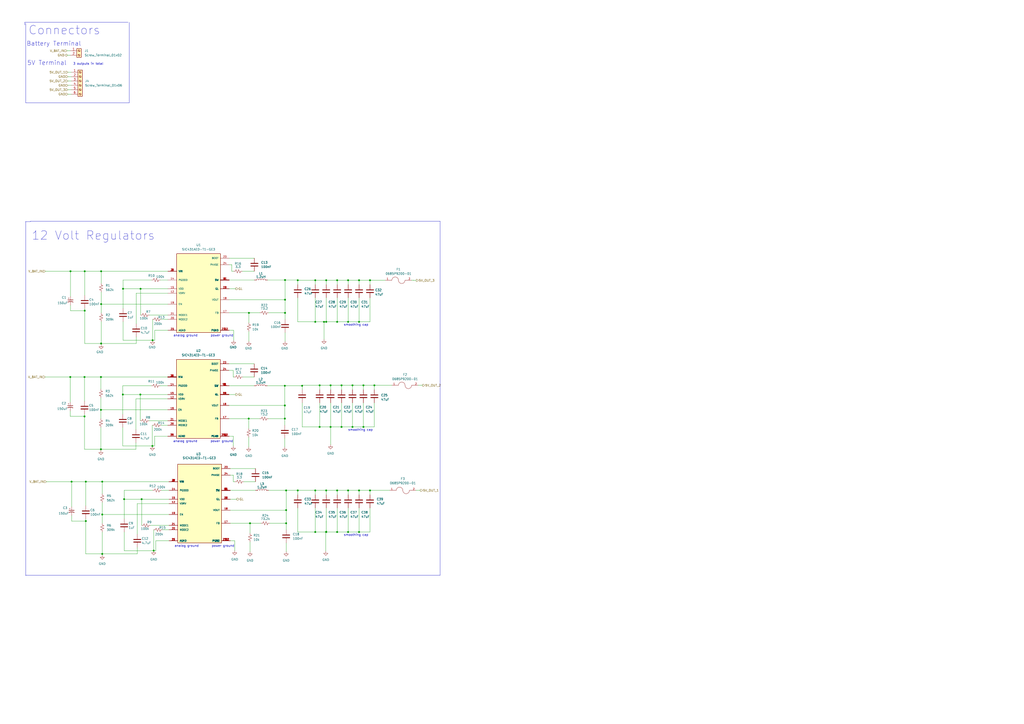
<source format=kicad_sch>
(kicad_sch (version 20231120) (generator "eeschema") (generator_version "8.0")
  (paper "A2")
  (lib_symbols
    (symbol "Connector:Screw_Terminal_01x02" (pin_names (offset 1.016) hide)
      (property "Reference" "J" (at 0 2.54 0))
      (property "Value" "Screw_Terminal_01x02" (at 0 -5.08 0))
      (symbol "Screw_Terminal_01x02_1_1"
        (rectangle (start -1.27 1.27) (end 1.27 -3.81) (stroke (width 0.254)) (fill (type background)))
        (circle (center 0 -2.54) (radius 0.635) (stroke (width 0.1524)))
        (polyline (pts (xy -0.5334 -2.2098) (xy 0.3302 -3.048)) (stroke (width 0.1524)))
        (polyline (pts (xy -0.5334 0.3302) (xy 0.3302 -0.508)) (stroke (width 0.1524)))
        (polyline (pts (xy -0.3556 -2.032) (xy 0.508 -2.8702)) (stroke (width 0.1524)))
        (polyline (pts (xy -0.3556 0.508) (xy 0.508 -0.3302)) (stroke (width 0.1524)))
        (circle (center 0 0) (radius 0.635) (stroke (width 0.1524)))
        (pin passive line (at -5.08 0 0) (length 3.81) (name "Pin_1") (number "1"))
        (pin passive line (at -5.08 -2.54 0) (length 3.81) (name "Pin_2") (number "2"))
      )
    )
    (symbol "Connector:Screw_Terminal_01x06" (pin_names (offset 1.016) hide)
      (property "Reference" "J" (at 0 7.62 0))
      (property "Value" "Screw_Terminal_01x06" (at 0 -10.16 0))
      (symbol "Screw_Terminal_01x06_1_1"
        (rectangle (start -1.27 6.35) (end 1.27 -8.89) (stroke (width 0.254)) (fill (type background)))
        (circle (center 0 -7.62) (radius 0.635) (stroke (width 0.1524)))
        (circle (center 0 -5.08) (radius 0.635) (stroke (width 0.1524)))
        (circle (center 0 -2.54) (radius 0.635) (stroke (width 0.1524)))
        (polyline (pts (xy -0.5334 -7.2898) (xy 0.3302 -8.128)) (stroke (width 0.1524)))
        (polyline (pts (xy -0.5334 -4.7498) (xy 0.3302 -5.588)) (stroke (width 0.1524)))
        (polyline (pts (xy -0.5334 -2.2098) (xy 0.3302 -3.048)) (stroke (width 0.1524)))
        (polyline (pts (xy -0.5334 0.3302) (xy 0.3302 -0.508)) (stroke (width 0.1524)))
        (polyline (pts (xy -0.5334 2.8702) (xy 0.3302 2.032)) (stroke (width 0.1524)))
        (polyline (pts (xy -0.5334 5.4102) (xy 0.3302 4.572)) (stroke (width 0.1524)))
        (polyline (pts (xy -0.3556 -7.112) (xy 0.508 -7.9502)) (stroke (width 0.1524)))
        (polyline (pts (xy -0.3556 -4.572) (xy 0.508 -5.4102)) (stroke (width 0.1524)))
        (polyline (pts (xy -0.3556 -2.032) (xy 0.508 -2.8702)) (stroke (width 0.1524)))
        (polyline (pts (xy -0.3556 0.508) (xy 0.508 -0.3302)) (stroke (width 0.1524)))
        (polyline (pts (xy -0.3556 3.048) (xy 0.508 2.2098)) (stroke (width 0.1524)))
        (polyline (pts (xy -0.3556 5.588) (xy 0.508 4.7498)) (stroke (width 0.1524)))
        (circle (center 0 0) (radius 0.635) (stroke (width 0.1524)))
        (circle (center 0 2.54) (radius 0.635) (stroke (width 0.1524)))
        (circle (center 0 5.08) (radius 0.635) (stroke (width 0.1524)))
        (pin passive line (at -5.08 5.08 0) (length 3.81) (name "Pin_1") (number "1"))
        (pin passive line (at -5.08 2.54 0) (length 3.81) (name "Pin_2") (number "2"))
        (pin passive line (at -5.08 0 0) (length 3.81) (name "Pin_3") (number "3"))
        (pin passive line (at -5.08 -2.54 0) (length 3.81) (name "Pin_4") (number "4"))
        (pin passive line (at -5.08 -5.08 0) (length 3.81) (name "Pin_5") (number "5"))
        (pin passive line (at -5.08 -7.62 0) (length 3.81) (name "Pin_6") (number "6"))
      )
    )
    (symbol "Device:C" (pin_numbers hide) (pin_names (offset 0.254))
      (property "Reference" "C" (at 0.635 2.54 0))
      (property "Value" "C" (at 0.635 -2.54 0))
      (symbol "C_0_1"
        (polyline (pts (xy -2.032 -0.762) (xy 2.032 -0.762)) (stroke (width 0.508)))
        (polyline (pts (xy -2.032 0.762) (xy 2.032 0.762)) (stroke (width 0.508)))
      )
      (symbol "C_1_1"
        (pin passive line (at 0 3.81 270) (length 2.794) (name "~") (number "1"))
        (pin passive line (at 0 -3.81 90) (length 2.794) (name "~") (number "2"))
      )
    )
    (symbol "Device:C_Polarized_Small_US" (pin_numbers hide) (pin_names (offset 0.254) hide)
      (property "Reference" "C" (at 0.254 1.778 0))
      (property "Value" "C_Polarized_Small_US" (at 0.254 -2.032 0))
      (symbol "C_Polarized_Small_US_0_1"
        (polyline (pts (xy -1.524 0.508) (xy 1.524 0.508)) (stroke (width 0.3048)))
        (polyline (pts (xy -1.27 1.524) (xy -0.762 1.524)))
        (polyline (pts (xy -1.016 1.27) (xy -1.016 1.778)))
        (arc (start 1.524 -0.762) (mid 0 -0.3734) (end -1.524 -0.762) (stroke (width 0.3048)))
      )
      (symbol "C_Polarized_Small_US_1_1"
        (pin passive line (at 0 2.54 270) (length 2.032) (name "~") (number "1"))
        (pin passive line (at 0 -2.54 90) (length 2.032) (name "~") (number "2"))
      )
    )
    (symbol "Device:L" (pin_numbers hide) (pin_names (offset 1.016) hide)
      (property "Reference" "L" (at -1.27 0 90))
      (property "Value" "L" (at 1.905 0 90))
      (symbol "L_0_1"
        (arc (start 0 -2.54) (mid 0.6323 -1.905) (end 0 -1.27))
        (arc (start 0 -1.27) (mid 0.6323 -0.635) (end 0 0))
        (arc (start 0 0) (mid 0.6323 0.635) (end 0 1.27))
        (arc (start 0 1.27) (mid 0.6323 1.905) (end 0 2.54))
      )
      (symbol "L_1_1"
        (pin passive line (at 0 3.81 270) (length 1.27) (name "1") (number "1"))
        (pin passive line (at 0 -3.81 90) (length 1.27) (name "2") (number "2"))
      )
    )
    (symbol "Device:R_Small_US" (pin_numbers hide) (pin_names (offset 0.254) hide)
      (property "Reference" "R" (at 0.762 0.508 0))
      (property "Value" "R_Small_US" (at 0.762 -1.016 0))
      (symbol "R_Small_US_1_1"
        (polyline (pts (xy 0 0) (xy 1.016 -0.381) (xy 0 -0.762) (xy -1.016 -1.143) (xy 0 -1.524)))
        (polyline (pts (xy 0 1.524) (xy 1.016 1.143) (xy 0 0.762) (xy -1.016 0.381) (xy 0 0)))
        (pin passive line (at 0 2.54 270) (length 1.016) (name "~") (number "1"))
        (pin passive line (at 0 -2.54 90) (length 1.016) (name "~") (number "2"))
      )
    )
    (symbol "IRIS:0685P9200-01" (pin_names (offset 1.016))
      (property "Reference" "F" (at -5.08 2.54 0))
      (property "Value" "0685P9200-01" (at -5.08 -3.81 0))
      (symbol "0685P9200-01_0_0"
        (arc (start 0 0) (mid -1.905 1.8967) (end -3.81 0) (stroke (width 0.1524)))
        (polyline (pts (xy -5.08 0) (xy -3.81 0)) (stroke (width 0.1524)))
        (polyline (pts (xy 5.08 0) (xy 3.81 0)) (stroke (width 0.1524)))
        (arc (start 0 0) (mid 1.905 -1.8967) (end 3.81 0) (stroke (width 0.1524)))
        (pin passive line (at -7.62 0 0) (length 2.54) (name "~") (number "1"))
        (pin passive line (at 7.62 0 180) (length 2.54) (name "~") (number "2"))
      )
    )
    (symbol "SIC431AED-T1-GE3:SIC431AED-T1-GE3" (pin_names (offset 1.016))
      (property "Reference" "U?" (at 0 27.94 0))
      (property "Value" "SIC431AED-T1-GE3" (at 0 25.4 0))
      (symbol "SIC431AED-T1-GE3_0_0"
        (rectangle (start -12.7 -22.86) (end 12.7 22.86) (stroke (width 0.254)) (fill (type background)))
        (pin input line (at -17.78 12.7 0) (length 5.08) (name "VIN") (number "1"))
        (pin output line (at 17.78 2.54 180) (length 5.08) (name "GL") (number "10"))
        (pin output line (at 17.78 2.54 180) (length 5.08) (name "GL") (number "11"))
        (pin power_in line (at -17.78 0 0) (length 5.08) (name "VDRV") (number "12"))
        (pin power_in line (at 17.78 -21.59 180) (length 5.08) (name "PGND") (number "13"))
        (pin output line (at -17.78 7.62 0) (length 5.08) (name "PGOOD") (number "14"))
        (pin power_in line (at -17.78 2.54 0) (length 5.08) (name "VDD") (number "15"))
        (pin power_in line (at -17.78 -21.59 0) (length 5.08) (name "AGND") (number "16"))
        (pin input line (at 17.78 -11.43 180) (length 5.08) (name "FB") (number "17"))
        (pin output line (at 17.78 -3.81 180) (length 5.08) (name "VOUT") (number "18"))
        (pin input line (at -17.78 -6.35 0) (length 5.08) (name "EN") (number "19"))
        (pin input line (at -17.78 12.7 0) (length 5.08) (name "VIN") (number "2"))
        (pin input line (at -17.78 -15.24 0) (length 5.08) (name "MODE2") (number "20"))
        (pin input line (at -17.78 -12.7 0) (length 5.08) (name "MODE1") (number "21"))
        (pin input line (at -17.78 12.7 0) (length 5.08) (name "VIN") (number "22"))
        (pin passive line (at 17.78 20.32 180) (length 5.08) (name "BOOT") (number "23"))
        (pin passive line (at 17.78 16.51 180) (length 5.08) (name "PHASE") (number "24"))
        (pin power_in line (at -17.78 -21.59 0) (length 5.08) (name "AGND") (number "25"))
        (pin input line (at -17.78 12.7 0) (length 5.08) (name "VIN") (number "26"))
        (pin power_in line (at 17.78 -21.59 180) (length 5.08) (name "PGND") (number "27_1"))
        (pin power_in line (at 17.78 -21.59 180) (length 5.08) (name "PGND") (number "27_2"))
        (pin output line (at 17.78 2.54 180) (length 5.08) (name "GL") (number "28"))
        (pin power_in line (at 17.78 -21.59 180) (length 5.08) (name "PGND") (number "3"))
        (pin power_in line (at 17.78 -21.59 180) (length 5.08) (name "PGND") (number "4"))
        (pin output line (at 17.78 7.62 180) (length 5.08) (name "SW") (number "5"))
        (pin output line (at 17.78 7.62 180) (length 5.08) (name "SW") (number "6"))
        (pin output line (at 17.78 7.62 180) (length 5.08) (name "SW") (number "7"))
        (pin output line (at 17.78 7.62 180) (length 5.08) (name "SW") (number "8"))
        (pin output line (at 17.78 7.62 180) (length 5.08) (name "SW") (number "9"))
        (pin output line (at 17.78 7.62 180) (length 5.08) (name "SW") (number "9.1"))
      )
    )
    (symbol "power:GND" (power) (pin_names (offset 0))
      (property "Value" "GND" (at 0 -3.81 0))
      (symbol "GND_0_1"
        (polyline (pts (xy 0 0) (xy 0 -1.27) (xy 1.27 -1.27) (xy 0 -2.54) (xy -1.27 -1.27) (xy 0 -1.27)))
      )
      (symbol "GND_1_1"
        (pin power_in line (at 0 0 270) (length 0) hide (name "GND") (number "1"))
      )
    )
  )
  (junction (at 208.28 284.48))
  (junction (at 49.149 157.353))
  (junction (at 189.23 308.61))
  (junction (at 165.354 162.433))
  (junction (at 175.26 223.774))
  (junction (at 195.58 308.61))
  (junction (at 59.309 279.4))
  (junction (at 89.154 319.405))
  (junction (at 182.88 284.48))
  (junction (at 165.227 235.204))
  (junction (at 144.272 242.824))
  (junction (at 144.399 181.483))
  (junction (at 189.23 186.69))
  (junction (at 88.519 197.358))
  (junction (at 210.82 247.65))
  (junction (at 210.82 223.52))
  (junction (at 195.58 186.69))
  (junction (at 201.93 308.61))
  (junction (at 189.23 308.483))
  (junction (at 172.72 284.48))
  (junction (at 49.784 302.26))
  (junction (at 201.93 162.56))
  (junction (at 58.674 176.403))
  (junction (at 145.034 303.53))
  (junction (at 165.989 295.91))
  (junction (at 49.149 180.213))
  (junction (at 185.42 223.52))
  (junction (at 81.534 167.513))
  (junction (at 208.28 162.56))
  (junction (at 195.58 162.56))
  (junction (at 165.227 242.824))
  (junction (at 81.407 228.854))
  (junction (at 191.77 247.65))
  (junction (at 165.227 223.774))
  (junction (at 58.547 218.694))
  (junction (at 165.354 181.483))
  (junction (at 189.23 162.56))
  (junction (at 208.28 186.69))
  (junction (at 204.47 223.52))
  (junction (at 49.022 241.554))
  (junction (at 41.529 279.4))
  (junction (at 58.547 237.744))
  (junction (at 58.674 199.263))
  (junction (at 195.58 284.48))
  (junction (at 165.989 303.53))
  (junction (at 58.674 157.353))
  (junction (at 49.022 218.694))
  (junction (at 59.309 321.31))
  (junction (at 191.77 223.52))
  (junction (at 165.989 284.48))
  (junction (at 201.93 186.69))
  (junction (at 182.88 162.56))
  (junction (at 204.47 247.65))
  (junction (at 201.93 284.48))
  (junction (at 208.28 308.61))
  (junction (at 40.894 157.353))
  (junction (at 172.72 162.56))
  (junction (at 187.96 186.69))
  (junction (at 182.88 308.61))
  (junction (at 214.63 162.56))
  (junction (at 59.309 298.45))
  (junction (at 198.12 223.52))
  (junction (at 72.009 289.56))
  (junction (at 71.247 228.854))
  (junction (at 214.63 284.48))
  (junction (at 185.42 247.65))
  (junction (at 40.767 218.694))
  (junction (at 71.374 167.513))
  (junction (at 58.547 260.604))
  (junction (at 165.354 173.863))
  (junction (at 49.784 279.4))
  (junction (at 88.392 258.699))
  (junction (at 189.23 284.48))
  (junction (at 198.12 247.65))
  (junction (at 82.169 289.56))
  (junction (at 182.88 186.69))
  (junction (at 217.17 223.52))
  (wire (pts (xy 58.674 199.263) (xy 58.674 199.898)))
  (wire (pts (xy 155.702 242.824) (xy 165.227 242.824)))
  (polyline (pts (xy 14.986 59.69) (xy 74.93 59.69)))
  (wire (pts (xy 26.289 157.353) (xy 40.894 157.353)))
  (wire (pts (xy 243.84 284.48) (xy 241.3 284.48)))
  (wire (pts (xy 41.529 302.26) (xy 49.784 302.26)))
  (wire (pts (xy 165.989 303.53) (xy 165.989 295.91)))
  (polyline (pts (xy 255.27 333.756) (xy 14.986 333.756)))
  (wire (pts (xy 41.529 279.4) (xy 49.784 279.4)))
  (wire (pts (xy 41.529 299.085) (xy 41.529 302.26)))
  (wire (pts (xy 136.271 279.4) (xy 135.382 279.4)))
  (wire (pts (xy 214.63 284.48) (xy 214.63 287.02)))
  (wire (pts (xy 185.42 223.52) (xy 185.42 226.06)))
  (wire (pts (xy 185.42 247.65) (xy 191.77 247.65)))
  (wire (pts (xy 133.604 303.53) (xy 145.034 303.53)))
  (wire (pts (xy 135.255 214.884) (xy 135.255 218.694)))
  (wire (pts (xy 58.547 218.694) (xy 97.282 218.694)))
  (wire (pts (xy 201.93 162.56) (xy 201.93 165.1)))
  (wire (pts (xy 198.12 223.52) (xy 198.12 226.06)))
  (wire (pts (xy 132.842 214.884) (xy 135.255 214.884)))
  (wire (pts (xy 165.989 284.48) (xy 172.72 284.48)))
  (wire (pts (xy 191.77 247.65) (xy 198.12 247.65)))
  (wire (pts (xy 165.227 235.204) (xy 132.842 235.204)))
  (wire (pts (xy 187.96 186.69) (xy 189.23 186.69)))
  (wire (pts (xy 240.03 162.56) (xy 240.03 162.687)))
  (wire (pts (xy 214.63 284.48) (xy 226.06 284.48)))
  (wire (pts (xy 165.989 295.91) (xy 133.604 295.91)))
  (wire (pts (xy 49.784 279.4) (xy 59.309 279.4)))
  (wire (pts (xy 189.23 294.64) (xy 189.23 308.483)))
  (wire (pts (xy 78.867 249.174) (xy 78.867 231.394)))
  (wire (pts (xy 86.487 244.094) (xy 97.282 244.094)))
  (polyline (pts (xy 14.351 12.954) (xy 14.351 14.478)))
  (wire (pts (xy 136.144 313.69) (xy 136.144 319.405)))
  (wire (pts (xy 38.862 32.004) (xy 40.767 32.004)))
  (wire (pts (xy 58.547 247.904) (xy 58.547 260.604)))
  (wire (pts (xy 185.42 233.68) (xy 185.42 247.65)))
  (wire (pts (xy 49.784 302.26) (xy 49.784 300.99)))
  (wire (pts (xy 40.894 177.038) (xy 40.894 180.213)))
  (wire (pts (xy 89.154 307.34) (xy 89.154 319.405)))
  (wire (pts (xy 81.407 228.854) (xy 97.282 228.854)))
  (wire (pts (xy 156.464 303.53) (xy 165.989 303.53)))
  (wire (pts (xy 214.63 294.64) (xy 214.63 308.61)))
  (wire (pts (xy 201.93 162.56) (xy 208.28 162.56)))
  (wire (pts (xy 78.867 256.794) (xy 78.867 260.604)))
  (wire (pts (xy 90.424 313.69) (xy 90.424 319.405)))
  (wire (pts (xy 40.894 157.353) (xy 49.149 157.353)))
  (wire (pts (xy 59.309 308.61) (xy 59.309 321.31)))
  (wire (pts (xy 71.374 178.943) (xy 71.374 167.513)))
  (wire (pts (xy 165.354 162.433) (xy 172.72 162.433)))
  (wire (pts (xy 165.989 303.53) (xy 165.989 307.34)))
  (wire (pts (xy 135.509 191.643) (xy 135.509 197.358)))
  (wire (pts (xy 89.154 319.405) (xy 90.424 319.405)))
  (wire (pts (xy 172.72 284.48) (xy 172.72 287.02)))
  (wire (pts (xy 82.169 289.56) (xy 98.044 289.56)))
  (wire (pts (xy 79.629 309.88) (xy 79.629 292.1)))
  (wire (pts (xy 135.382 275.59) (xy 133.604 275.59)))
  (wire (pts (xy 210.82 223.52) (xy 217.17 223.52)))
  (wire (pts (xy 144.399 181.483) (xy 144.399 187.198)))
  (polyline (pts (xy 14.732 128.524) (xy 17.78 128.524)))
  (wire (pts (xy 92.837 223.774) (xy 97.282 223.774)))
  (wire (pts (xy 208.28 294.64) (xy 208.28 308.61)))
  (wire (pts (xy 189.23 284.48) (xy 195.58 284.48)))
  (wire (pts (xy 59.309 298.45) (xy 59.309 303.53)))
  (wire (pts (xy 165.354 173.863) (xy 132.969 173.863)))
  (wire (pts (xy 145.034 314.325) (xy 145.034 320.04)))
  (wire (pts (xy 40.894 180.213) (xy 49.149 180.213)))
  (wire (pts (xy 238.76 162.56) (xy 240.03 162.56)))
  (wire (pts (xy 132.969 149.733) (xy 147.574 149.733)))
  (wire (pts (xy 81.534 182.753) (xy 81.534 167.513)))
  (wire (pts (xy 182.88 294.64) (xy 182.88 308.61)))
  (wire (pts (xy 78.994 199.263) (xy 58.674 199.263)))
  (wire (pts (xy 58.547 230.759) (xy 58.547 237.744)))
  (wire (pts (xy 133.604 313.69) (xy 136.144 313.69)))
  (wire (pts (xy 144.272 253.619) (xy 144.272 259.334)))
  (wire (pts (xy 132.842 211.074) (xy 147.447 211.074)))
  (wire (pts (xy 92.964 162.433) (xy 97.409 162.433)))
  (wire (pts (xy 72.009 289.56) (xy 82.169 289.56)))
  (wire (pts (xy 191.77 223.52) (xy 191.77 226.06)))
  (wire (pts (xy 79.629 292.1) (xy 98.044 292.1)))
  (wire (pts (xy 187.96 186.69) (xy 182.88 186.69)))
  (wire (pts (xy 198.12 223.52) (xy 204.47 223.52)))
  (wire (pts (xy 71.247 240.284) (xy 71.247 228.854)))
  (wire (pts (xy 214.63 172.72) (xy 214.63 186.69)))
  (wire (pts (xy 172.72 162.56) (xy 182.88 162.56)))
  (wire (pts (xy 204.47 223.52) (xy 204.47 226.06)))
  (wire (pts (xy 189.23 284.48) (xy 189.23 287.02)))
  (wire (pts (xy 88.392 246.634) (xy 88.392 258.699)))
  (wire (pts (xy 165.227 223.774) (xy 175.26 223.774)))
  (wire (pts (xy 39.37 49.53) (xy 41.402 49.53)))
  (wire (pts (xy 172.72 308.61) (xy 172.72 294.64)))
  (wire (pts (xy 132.842 252.984) (xy 135.382 252.984)))
  (polyline (pts (xy 17.526 128.27) (xy 255.27 128.27)))
  (polyline (pts (xy 255.27 128.27) (xy 255.27 333.756)))
  (wire (pts (xy 195.58 172.72) (xy 195.58 186.69)))
  (wire (pts (xy 182.88 162.56) (xy 189.23 162.56)))
  (wire (pts (xy 78.994 195.453) (xy 78.994 199.263)))
  (wire (pts (xy 88.519 197.358) (xy 89.789 197.358)))
  (wire (pts (xy 144.272 242.824) (xy 150.622 242.824)))
  (wire (pts (xy 132.969 191.643) (xy 135.509 191.643)))
  (wire (pts (xy 40.767 241.554) (xy 49.022 241.554)))
  (wire (pts (xy 71.247 247.904) (xy 71.247 258.699)))
  (wire (pts (xy 71.247 223.774) (xy 87.757 223.774)))
  (wire (pts (xy 155.194 162.433) (xy 165.354 162.433)))
  (wire (pts (xy 155.067 223.774) (xy 165.227 223.774)))
  (wire (pts (xy 26.924 279.4) (xy 41.529 279.4)))
  (wire (pts (xy 185.42 223.52) (xy 191.77 223.52)))
  (wire (pts (xy 58.547 260.604) (xy 58.547 261.239)))
  (wire (pts (xy 78.994 170.053) (xy 97.409 170.053)))
  (wire (pts (xy 89.662 252.984) (xy 89.662 258.699)))
  (wire (pts (xy 165.354 181.483) (xy 165.354 173.863)))
  (wire (pts (xy 88.519 185.293) (xy 88.519 197.358)))
  (wire (pts (xy 165.354 181.483) (xy 165.354 185.293)))
  (wire (pts (xy 59.309 298.45) (xy 98.044 298.45)))
  (wire (pts (xy 59.309 279.4) (xy 98.044 279.4)))
  (wire (pts (xy 82.169 304.8) (xy 82.169 289.56)))
  (wire (pts (xy 59.309 291.465) (xy 59.309 298.45)))
  (wire (pts (xy 71.374 167.513) (xy 71.374 162.433)))
  (wire (pts (xy 49.022 260.604) (xy 58.547 260.604)))
  (wire (pts (xy 144.399 181.483) (xy 150.749 181.483)))
  (wire (pts (xy 58.547 237.744) (xy 58.547 242.824)))
  (wire (pts (xy 59.309 279.4) (xy 59.309 286.385)))
  (wire (pts (xy 49.022 218.694) (xy 49.022 232.664)))
  (wire (pts (xy 189.23 162.56) (xy 195.58 162.56)))
  (wire (pts (xy 210.82 247.65) (xy 217.17 247.65)))
  (wire (pts (xy 189.23 308.483) (xy 189.23 308.61)))
  (wire (pts (xy 144.272 242.824) (xy 144.272 248.539)))
  (wire (pts (xy 198.12 233.68) (xy 198.12 247.65)))
  (wire (pts (xy 94.234 307.34) (xy 98.044 307.34)))
  (wire (pts (xy 135.382 279.4) (xy 135.382 275.59)))
  (wire (pts (xy 72.009 319.405) (xy 89.154 319.405)))
  (wire (pts (xy 165.227 242.824) (xy 165.227 246.634)))
  (wire (pts (xy 172.72 162.56) (xy 172.72 165.1)))
  (wire (pts (xy 38.862 29.464) (xy 40.767 29.464)))
  (wire (pts (xy 49.149 199.263) (xy 58.674 199.263)))
  (polyline (pts (xy 14.986 334.01) (xy 14.986 128.524)))
  (wire (pts (xy 165.354 162.433) (xy 165.354 173.863)))
  (wire (pts (xy 195.58 284.48) (xy 201.93 284.48)))
  (wire (pts (xy 71.374 167.513) (xy 81.534 167.513)))
  (wire (pts (xy 187.96 196.85) (xy 187.96 186.69)))
  (wire (pts (xy 58.674 176.403) (xy 58.674 181.483)))
  (wire (pts (xy 140.589 157.353) (xy 147.574 157.353)))
  (wire (pts (xy 49.149 157.353) (xy 58.674 157.353)))
  (wire (pts (xy 72.009 308.61) (xy 72.009 319.405)))
  (wire (pts (xy 191.77 247.65) (xy 191.77 257.937)))
  (wire (pts (xy 208.28 162.56) (xy 208.28 165.1)))
  (wire (pts (xy 133.604 284.48) (xy 148.209 284.48)))
  (wire (pts (xy 132.969 181.483) (xy 144.399 181.483)))
  (wire (pts (xy 195.58 162.56) (xy 201.93 162.56)))
  (wire (pts (xy 58.674 176.403) (xy 97.409 176.403)))
  (wire (pts (xy 201.93 172.72) (xy 201.93 186.69)))
  (wire (pts (xy 40.894 157.353) (xy 40.894 171.958)))
  (wire (pts (xy 165.227 254.254) (xy 165.227 259.334)))
  (wire (pts (xy 204.47 233.68) (xy 204.47 247.65)))
  (wire (pts (xy 182.88 284.48) (xy 182.88 287.02)))
  (wire (pts (xy 240.03 162.687) (xy 241.4016 162.687)))
  (wire (pts (xy 39.37 44.45) (xy 41.402 44.45)))
  (wire (pts (xy 72.009 289.56) (xy 72.009 284.48)))
  (wire (pts (xy 195.58 284.48) (xy 195.58 287.02)))
  (wire (pts (xy 132.969 167.513) (xy 136.779 167.513)))
  (wire (pts (xy 49.784 302.26) (xy 49.784 321.31)))
  (wire (pts (xy 58.547 237.744) (xy 97.282 237.744)))
  (wire (pts (xy 185.42 247.65) (xy 175.26 247.65)))
  (wire (pts (xy 81.407 244.094) (xy 81.407 228.854)))
  (wire (pts (xy 245.11 223.52) (xy 242.57 223.52)))
  (wire (pts (xy 175.26 247.65) (xy 175.26 233.68)))
  (wire (pts (xy 49.784 321.31) (xy 59.309 321.31)))
  (wire (pts (xy 198.12 247.65) (xy 204.47 247.65)))
  (polyline (pts (xy 74.295 12.954) (xy 14.351 12.954)))
  (wire (pts (xy 191.77 223.52) (xy 198.12 223.52)))
  (wire (pts (xy 39.37 46.99) (xy 41.402 46.99)))
  (wire (pts (xy 182.88 284.48) (xy 189.23 284.48)))
  (wire (pts (xy 165.227 223.774) (xy 165.227 235.204)))
  (wire (pts (xy 172.72 162.433) (xy 172.72 162.56)))
  (wire (pts (xy 204.47 247.65) (xy 210.82 247.65)))
  (wire (pts (xy 39.37 52.07) (xy 41.402 52.07)))
  (wire (pts (xy 201.93 284.48) (xy 201.93 287.02)))
  (wire (pts (xy 145.034 303.53) (xy 145.034 309.245)))
  (wire (pts (xy 175.26 223.774) (xy 175.26 226.06)))
  (wire (pts (xy 182.88 308.61) (xy 189.23 308.61)))
  (wire (pts (xy 49.149 180.213) (xy 49.149 199.263)))
  (wire (pts (xy 40.767 218.694) (xy 40.767 233.299)))
  (wire (pts (xy 172.72 186.69) (xy 172.72 172.72)))
  (wire (pts (xy 165.354 192.913) (xy 165.354 197.993)))
  (wire (pts (xy 58.547 218.694) (xy 58.547 225.679)))
  (wire (pts (xy 132.842 228.854) (xy 136.652 228.854)))
  (wire (pts (xy 165.989 284.48) (xy 165.989 295.91)))
  (wire (pts (xy 182.88 162.56) (xy 182.88 165.1)))
  (wire (pts (xy 204.47 223.52) (xy 210.82 223.52)))
  (wire (pts (xy 93.599 284.48) (xy 98.044 284.48)))
  (wire (pts (xy 135.382 252.984) (xy 135.382 258.699)))
  (wire (pts (xy 217.17 233.68) (xy 217.17 247.65)))
  (wire (pts (xy 87.249 304.8) (xy 98.044 304.8)))
  (polyline (pts (xy 14.986 13.462) (xy 14.986 59.69)))
  (wire (pts (xy 214.63 162.56) (xy 214.63 165.1)))
  (wire (pts (xy 217.17 223.52) (xy 227.33 223.52)))
  (wire (pts (xy 195.58 308.61) (xy 201.93 308.61)))
  (wire (pts (xy 71.247 258.699) (xy 88.392 258.699)))
  (wire (pts (xy 78.867 231.394) (xy 97.282 231.394)))
  (wire (pts (xy 208.28 284.48) (xy 208.28 287.02)))
  (wire (pts (xy 72.009 300.99) (xy 72.009 289.56)))
  (wire (pts (xy 214.63 162.56) (xy 223.52 162.56)))
  (wire (pts (xy 140.843 218.694) (xy 147.447 218.694)))
  (wire (pts (xy 189.23 172.72) (xy 189.23 186.69)))
  (wire (pts (xy 97.409 191.643) (xy 89.789 191.643)))
  (wire (pts (xy 210.82 233.68) (xy 210.82 247.65)))
  (wire (pts (xy 58.674 186.563) (xy 58.674 199.263)))
  (wire (pts (xy 191.77 233.68) (xy 191.77 247.65)))
  (wire (pts (xy 89.789 191.643) (xy 89.789 197.358)))
  (wire (pts (xy 97.282 252.984) (xy 89.662 252.984)))
  (wire (pts (xy 195.58 186.69) (xy 201.93 186.69)))
  (wire (pts (xy 41.529 279.4) (xy 41.529 294.005)))
  (wire (pts (xy 189.23 186.69) (xy 195.58 186.69)))
  (wire (pts (xy 145.034 303.53) (xy 151.384 303.53)))
  (wire (pts (xy 189.23 162.56) (xy 189.23 165.1)))
  (wire (pts (xy 208.28 186.69) (xy 214.63 186.69)))
  (wire (pts (xy 189.23 308.61) (xy 195.58 308.61)))
  (wire (pts (xy 172.72 284.48) (xy 182.88 284.48)))
  (wire (pts (xy 86.614 182.753) (xy 97.409 182.753)))
  (wire (pts (xy 88.392 258.699) (xy 89.662 258.699)))
  (wire (pts (xy 217.17 223.52) (xy 217.17 226.06)))
  (wire (pts (xy 98.044 313.69) (xy 90.424 313.69)))
  (wire (pts (xy 81.534 167.513) (xy 97.409 167.513)))
  (wire (pts (xy 132.842 223.774) (xy 147.447 223.774)))
  (wire (pts (xy 155.829 181.483) (xy 165.354 181.483)))
  (wire (pts (xy 182.88 308.61) (xy 172.72 308.61)))
  (wire (pts (xy 58.674 157.353) (xy 97.409 157.353)))
  (wire (pts (xy 132.969 162.433) (xy 147.574 162.433)))
  (wire (pts (xy 188.976 319.659) (xy 188.976 308.483)))
  (wire (pts (xy 49.149 180.213) (xy 49.149 178.943)))
  (wire (pts (xy 201.93 284.48) (xy 208.28 284.48)))
  (wire (pts (xy 210.82 223.52) (xy 210.82 226.06)))
  (wire (pts (xy 26.162 218.694) (xy 40.767 218.694)))
  (wire (pts (xy 133.604 271.78) (xy 148.209 271.78)))
  (wire (pts (xy 49.149 157.353) (xy 49.149 171.323)))
  (wire (pts (xy 144.399 192.278) (xy 144.399 197.993)))
  (wire (pts (xy 58.674 157.353) (xy 58.674 164.338)))
  (wire (pts (xy 208.28 162.56) (xy 214.63 162.56)))
  (wire (pts (xy 71.374 197.358) (xy 88.519 197.358)))
  (wire (pts (xy 175.26 223.52) (xy 185.42 223.52)))
  (wire (pts (xy 40.767 238.379) (xy 40.767 241.554)))
  (wire (pts (xy 72.009 284.48) (xy 88.519 284.48)))
  (wire (pts (xy 58.674 169.418) (xy 58.674 176.403)))
  (wire (pts (xy 201.93 294.64) (xy 201.93 308.61)))
  (wire (pts (xy 71.247 228.854) (xy 71.247 223.774)))
  (wire (pts (xy 39.37 41.91) (xy 41.402 41.91)))
  (wire (pts (xy 175.26 223.52) (xy 175.26 223.774)))
  (wire (pts (xy 93.599 185.293) (xy 97.409 185.293)))
  (wire (pts (xy 40.767 218.694) (xy 49.022 218.694)))
  (wire (pts (xy 141.351 279.4) (xy 148.209 279.4)))
  (wire (pts (xy 208.28 284.48) (xy 214.63 284.48)))
  (wire (pts (xy 188.976 308.483) (xy 189.23 308.483)))
  (wire (pts (xy 49.784 279.4) (xy 49.784 293.37)))
  (wire (pts (xy 39.37 54.61) (xy 41.402 54.61)))
  (wire (pts (xy 49.022 241.554) (xy 49.022 240.284)))
  (wire (pts (xy 201.93 308.61) (xy 208.28 308.61)))
  (wire (pts (xy 78.867 260.604) (xy 58.547 260.604)))
  (wire (pts (xy 49.022 218.694) (xy 58.547 218.694)))
  (wire (pts (xy 182.88 186.69) (xy 172.72 186.69)))
  (wire (pts (xy 165.989 314.96) (xy 165.989 320.04)))
  (wire (pts (xy 208.28 308.61) (xy 214.63 308.61)))
  (wire (pts (xy 132.969 153.543) (xy 134.493 153.543)))
  (wire (pts (xy 79.629 317.5) (xy 79.629 321.31)))
  (wire (pts (xy 182.88 172.72) (xy 182.88 186.69)))
  (wire (pts (xy 93.472 246.634) (xy 97.282 246.634)))
  (wire (pts (xy 59.309 321.31) (xy 59.309 321.945)))
  (wire (pts (xy 49.022 241.554) (xy 49.022 260.604)))
  (wire (pts (xy 132.842 242.824) (xy 144.272 242.824)))
  (wire (pts (xy 195.58 294.64) (xy 195.58 308.61)))
  (wire (pts (xy 135.509 157.353) (xy 134.493 157.353)))
  (wire (pts (xy 71.374 186.563) (xy 71.374 197.358)))
  (wire (pts (xy 135.255 218.694) (xy 135.763 218.694)))
  (wire (pts (xy 165.227 242.824) (xy 165.227 235.204)))
  (wire (pts (xy 71.247 228.854) (xy 81.407 228.854)))
  (wire (pts (xy 79.629 321.31) (xy 59.309 321.31)))
  (wire (pts (xy 208.28 172.72) (xy 208.28 186.69)))
  (wire (pts (xy 134.493 157.353) (xy 134.493 153.543)))
  (wire (pts (xy 133.604 289.56) (xy 137.414 289.56)))
  (wire (pts (xy 155.829 284.48) (xy 165.989 284.48)))
  (wire (pts (xy 195.58 162.56) (xy 195.58 165.1)))
  (wire (pts (xy 201.93 186.69) (xy 208.28 186.69)))
  (wire (pts (xy 71.374 162.433) (xy 87.884 162.433)))
  (wire (pts (xy 78.994 187.833) (xy 78.994 170.053)))
  (polyline (pts (xy 74.93 59.69) (xy 74.93 12.954)))
  (text "power ground" (at 122.174 195.453 0) (effects (font (size 1.27 1.27)) (justify left bottom)))
  (text "Connectors" (at 16.383 20.574 0) (effects (font (size 5 5)) (justify left bottom)))
  (text "analog ground" (at 101.219 317.5 0) (effects (font (size 1.27 1.27)) (justify left bottom)))
  (text "Battery Terminal\n" (at 15.367 26.924 0) (effects (font (size 2.54 2.54)) (justify left bottom)))
  (text "smoothing cap" (at 201.93 250.19 0) (effects (font (size 1.27 1.27)) (justify left bottom)))
  (text "5V Terminal" (at 15.748 38.1 0) (effects (font (size 2.54 2.54)) (justify left bottom)))
  (text "smoothing cap" (at 199.39 189.23 0) (effects (font (size 1.27 1.27)) (justify left bottom)))
  (text "power ground" (at 122.809 317.5 0) (effects (font (size 1.27 1.27)) (justify left bottom)))
  (text "smoothing cap" (at 199.39 311.15 0) (effects (font (size 1.27 1.27)) (justify left bottom)))
  (text "analog ground" (at 100.584 195.453 0) (effects (font (size 1.27 1.27)) (justify left bottom)))
  (text "3 outputs in total" (at 42.418 37.846 0) (effects (font (size 1.27 1.27)) (justify left bottom)))
  (text "analog ground" (at 100.457 256.794 0) (effects (font (size 1.27 1.27)) (justify left bottom)))
  (text "power ground" (at 122.047 256.794 0) (effects (font (size 1.27 1.27)) (justify left bottom)))
  (text "12 Volt Regulators" (at 18.288 139.7 0) (effects (font (size 5 5)) (justify left bottom)))
  (hierarchical_label "GND" (shape input) (at 39.37 54.61 180))
  (hierarchical_label "5V_OUT_3" (shape input) (at 39.37 52.07 180))
  (hierarchical_label "5V_OUT_2" (shape output) (at 245.11 223.52 0))
  (hierarchical_label "GND" (shape input) (at 39.37 49.53 180))
  (hierarchical_label "GL" (shape output) (at 137.414 289.56 0))
  (hierarchical_label "5V_OUT_1" (shape input) (at 39.37 41.91 180))
  (hierarchical_label "GND" (shape output) (at 38.862 32.004 180))
  (hierarchical_label "V_BAT_IN" (shape input) (at 26.289 157.353 180))
  (hierarchical_label "V_BAT_IN" (shape input) (at 26.924 279.4 180))
  (hierarchical_label "GL" (shape output) (at 136.652 228.854 0))
  (hierarchical_label "5V_OUT_1" (shape output) (at 243.84 284.48 0))
  (hierarchical_label "5V_OUT_3" (shape output) (at 241.4016 162.687 0))
  (hierarchical_label "GND" (shape input) (at 39.37 44.45 180))
  (hierarchical_label "GL" (shape output) (at 136.779 167.513 0))
  (hierarchical_label "5V_OUT_2" (shape input) (at 39.37 46.99 180))
  (hierarchical_label "V_BAT_IN" (shape input) (at 38.862 29.464 180))
  (hierarchical_label "V_BAT_IN" (shape input) (at 26.162 218.694 180))
  (symbol (lib_id "Device:C") (at 201.93 290.83 0) (unit 1)
    (property "Reference" "C37" (at 203.2 297.18 0) (effects (justify left)))
    (property "Value" "47uF" (at 203.2 299.72 0) (effects (justify left)))
    (property "Footprint" "Capacitor_SMD:C_0805_2012Metric" (effects (hide yes)))
  )
  (symbol (lib_id "Device:R_Small_US") (at 84.074 182.753 90) (unit 1)
    (property "Reference" "R7" (at 85.979 180.848 90))
    (property "Value" "100k" (at 83.439 184.658 90))
    (property "Footprint" "Resistor_SMD:R_0805_2012Metric" (effects (hide yes)))
    (property "Datasheet" "https://www.vishay.com/docs/28758/tnpw_e3.pdf" (effects (hide yes)))
  )
  (symbol (lib_id "Device:R_Small_US") (at 90.297 223.774 90) (unit 1)
    (property "Reference" "R11" (at 87.757 221.234 90))
    (property "Value" "100k" (at 92.837 221.869 90))
    (property "Footprint" "Resistor_SMD:R_0805_2012Metric" (effects (hide yes)))
  )
  (symbol (lib_id "Device:C") (at 214.63 168.91 0) (unit 1)
    (property "Reference" "C32" (at 217.551 168.275 0) (effects (justify left)))
    (property "Value" "47uF" (at 217.551 170.815 0) (effects (justify left)))
    (property "Footprint" "Capacitor_SMD:C_0805_2012Metric" (effects (hide yes)))
  )
  (symbol (lib_id "Device:R_Small_US") (at 153.924 303.53 90) (unit 1)
    (property "Reference" "R24" (at 153.924 299.085 90))
    (property "Value" "73.2k" (at 153.924 300.99 90))
    (property "Footprint" "Resistor_SMD:R_0805_2012Metric" (effects (hide yes)))
  )
  (symbol (lib_id "Device:R_Small_US") (at 84.709 304.8 90) (unit 1)
    (property "Reference" "R9" (at 86.614 302.895 90))
    (property "Value" "100k" (at 84.074 306.705 90))
    (property "Footprint" "Resistor_SMD:R_0805_2012Metric" (effects (hide yes)))
  )
  (symbol (lib_id "Device:C") (at 185.42 229.87 0) (unit 1)
    (property "Reference" "C20" (at 185.42 236.22 0) (effects (justify left)))
    (property "Value" "47uF" (at 185.42 238.76 0) (effects (justify left)))
    (property "Footprint" "Capacitor_SMD:C_0805_2012Metric" (effects (hide yes)))
  )
  (symbol (lib_id "Device:C") (at 208.28 290.83 0) (unit 1)
    (property "Reference" "C38" (at 209.55 297.18 0) (effects (justify left)))
    (property "Value" "47uF" (at 209.55 299.72 0) (effects (justify left)))
    (property "Footprint" "Capacitor_SMD:C_0805_2012Metric" (effects (hide yes)))
  )
  (symbol (lib_id "Device:C_Polarized_Small_US") (at 41.529 296.545 0) (unit 1)
    (property "Reference" "C3" (at 36.449 294.64 0) (effects (justify left)))
    (property "Value" "150uF" (at 33.909 297.815 0) (effects (justify left)))
    (property "Footprint" "Capacitor_THT:CP_Radial_D12.5mm_P5.00mm" (effects (hide yes)))
    (property "Datasheet" "https://www.digikey.com/en/products/detail/panasonic-electronic-components/ECE-A1EN331U/227623" (effects (hide yes)))
  )
  (symbol (lib_id "Device:R_Small_US") (at 91.694 307.34 90) (unit 1)
    (property "Reference" "R15" (at 94.234 306.07 90))
    (property "Value" "200k" (at 92.329 309.88 90))
    (property "Footprint" "Resistor_SMD:R_0805_2012Metric" (effects (hide yes)))
  )
  (symbol (lib_id "power:GND") (at 165.989 320.04 0) (unit 1)
    (property "Reference" "#PWR019" (effects (hide yes)))
    (property "Value" "GND" (at 165.989 325.12 0))
  )
  (symbol (lib_id "Device:R_Small_US") (at 138.049 157.353 90) (unit 1)
    (property "Reference" "R16" (at 138.049 152.908 90))
    (property "Value" "3.3" (at 138.049 154.813 90))
    (property "Footprint" "Resistor_SMD:R_0805_2012Metric" (effects (hide yes)))
  )
  (symbol (lib_id "power:GND") (at 88.392 258.699 0) (unit 1)
    (property "Reference" "#PWR05" (effects (hide yes)))
    (property "Value" "GND" (at 88.392 263.779 0))
  )
  (symbol (lib_id "Device:R_Small_US") (at 91.059 185.293 90) (unit 1)
    (property "Reference" "R13" (at 93.599 184.023 90))
    (property "Value" "200k" (at 91.694 187.833 90))
    (property "Footprint" "Resistor_SMD:R_0805_2012Metric" (effects (hide yes)))
    (property "Datasheet" "https://www.vishay.com/docs/28758/tnpw_e3.pdf" (effects (hide yes)))
  )
  (symbol (lib_id "Device:R_Small_US") (at 153.162 242.824 90) (unit 1)
    (property "Reference" "R23" (at 153.162 238.379 90))
    (property "Value" "73.2" (at 153.162 240.284 90))
    (property "Footprint" "Resistor_SMD:R_0805_2012Metric" (effects (hide yes)))
  )
  (symbol (lib_id "power:GND") (at 58.674 199.898 0) (unit 1)
    (property "Reference" "#PWR01" (effects (hide yes)))
    (property "Value" "GND" (at 57.912 204.216 0))
  )
  (symbol (lib_id "Device:C") (at 195.58 290.83 0) (unit 1)
    (property "Reference" "C36" (at 196.85 297.18 0) (effects (justify left)))
    (property "Value" "47uF" (at 196.85 299.72 0) (effects (justify left)))
    (property "Footprint" "Capacitor_SMD:C_0805_2012Metric" (effects (hide yes)))
  )
  (symbol (lib_id "IRIS:0685P9200-01") (at 231.14 162.56 0) (unit 1)
    (property "Reference" "F1" (at 231.14 156.21 0))
    (property "Value" "0685P9200-01" (at 231.14 158.75 0))
    (property "Footprint" "IRIS:FUSC3215X83N" (effects (hide yes)))
    (property "PARTREV" "Jan2019" (effects (hide yes)))
    (property "STANDARD" "IPC-7351B" (effects (hide yes)))
    (property "MAXIMUM_PACKAGE_HEIGHT" "0.83mm" (effects (hide yes)))
    (property "MANUFACTURER" "BELFUSE" (effects (hide yes)))
  )
  (symbol (lib_id "Device:C") (at 208.28 168.91 0) (unit 1)
    (property "Reference" "C31" (at 209.55 175.26 0) (effects (justify left)))
    (property "Value" "47uF" (at 209.55 177.8 0) (effects (justify left)))
    (property "Footprint" "Capacitor_SMD:C_0805_2012Metric" (effects (hide yes)))
  )
  (symbol (lib_id "Device:C") (at 78.867 252.984 0) (unit 1)
    (property "Reference" "C11" (at 81.407 251.714 0) (effects (justify left)))
    (property "Value" "4.7uF" (at 81.407 254.254 0) (effects (justify left)))
    (property "Footprint" "Capacitor_SMD:C_0805_2012Metric" (effects (hide yes)))
  )
  (symbol (lib_id "Device:R_Small_US") (at 90.932 246.634 90) (unit 1)
    (property "Reference" "R14" (at 93.472 245.364 90))
    (property "Value" "200k" (at 91.567 249.174 90))
    (property "Footprint" "Resistor_SMD:R_0805_2012Metric" (effects (hide yes)))
  )
  (symbol (lib_id "power:GND") (at 136.144 319.405 0) (unit 1)
    (property "Reference" "#PWR011" (effects (hide yes)))
    (property "Value" "GND" (at 136.144 324.485 0))
  )
  (symbol (lib_id "Device:C") (at 172.72 168.91 0) (unit 1)
    (property "Reference" "C26" (at 176.53 167.64 0) (effects (justify left)))
    (property "Value" "47uF" (at 176.53 170.18 0) (effects (justify left)))
    (property "Footprint" "Capacitor_SMD:C_0805_2012Metric" (effects (hide yes)))
  )
  (symbol (lib_id "SIC431AED-T1-GE3:SIC431AED-T1-GE3") (at 115.189 170.053 0) (unit 1)
    (property "Reference" "U1" (at 115.189 142.113 0))
    (property "Value" "SIC431AED-T1-GE3" (at 115.189 144.653 0))
    (property "Footprint" "SIC_431_supporting:REGULATOR_SIC431AED-T1-GE3" (effects (hide yes)))
    (property "MF" "Vishay Siliconix" (effects (hide yes)))
    (property "PACKAGE" "PowerWFQFN-24 Vishay" (effects (hide yes)))
    (property "PRICE" "1.86 USD" (effects (hide yes)))
    (property "AVAILABILITY" "Good" (effects (hide yes)))
    (property "MP" "SIC431AED-T1-GE3" (effects (hide yes)))
    (property "DESCRIPTION" "Synchronous Buck Regulator Ultrasonic Adjustable 0.6V to 21.6V 24A O/P 24-Pin PowerPAK MLP44 T/R" (effects (hide yes)))
  )
  (symbol (lib_id "Device:C_Polarized_Small_US") (at 40.767 235.839 0) (unit 1)
    (property "Reference" "C2" (at 35.687 233.934 0) (effects (justify left)))
    (property "Value" "150uF" (at 33.147 237.109 0) (effects (justify left)))
    (property "Footprint" "Capacitor_THT:CP_Radial_D12.5mm_P5.00mm" (effects (hide yes)))
    (property "Datasheet" "https://www.digikey.com/en/products/detail/panasonic-electronic-components/ECE-A1EN331U/227623" (effects (hide yes)))
  )
  (symbol (lib_id "Device:R_Small_US") (at 83.947 244.094 90) (unit 1)
    (property "Reference" "R8" (at 85.852 242.189 90))
    (property "Value" "100k" (at 83.312 245.999 90))
    (property "Footprint" "Resistor_SMD:R_0805_2012Metric" (effects (hide yes)))
  )
  (symbol (lib_id "power:GND") (at 191.77 257.937 0) (unit 1)
    (property "Reference" "#PWR023" (effects (hide yes)))
    (property "Value" "GND" (at 191.77 263.017 0))
  )
  (symbol (lib_id "Device:C") (at 165.354 189.103 0) (unit 1)
    (property "Reference" "C16" (at 158.877 187.198 0) (effects (justify left)))
    (property "Value" "100nF" (at 156.972 189.611 0) (effects (justify left)))
    (property "Footprint" "Capacitor_SMD:C_0805_2012Metric" (effects (hide yes)))
  )
  (symbol (lib_id "Device:L") (at 151.257 223.774 90) (unit 1)
    (property "Reference" "L2" (at 151.257 219.964 90))
    (property "Value" "1.2uH" (at 151.257 221.869 90))
    (property "Footprint" "Inductor_SMD:L_Vishay_IHLP-5050" (effects (hide yes)))
    (property "Datasheet" "https://www.vishay.com/docs/34123/ihlp-5050fd-01.pdf" (effects (hide yes)))
  )
  (symbol (lib_id "Device:C") (at 210.82 229.87 0) (unit 1)
    (property "Reference" "C24" (at 212.09 236.22 0) (effects (justify left)))
    (property "Value" "47uF" (at 212.09 238.76 0) (effects (justify left)))
    (property "Footprint" "Capacitor_SMD:C_0805_2012Metric" (effects (hide yes)))
  )
  (symbol (lib_id "Device:R_Small_US") (at 59.309 306.07 0) (unit 1)
    (property "Reference" "R6" (at 61.849 304.7999 0) (effects (justify left)))
    (property "Value" "309k" (at 61.849 307.3399 0) (effects (justify left)))
    (property "Footprint" "Resistor_SMD:R_0805_2012Metric" (effects (hide yes)))
  )
  (symbol (lib_id "SIC431AED-T1-GE3:SIC431AED-T1-GE3") (at 115.824 292.1 0) (unit 1)
    (property "Reference" "U3" (at 115.062 263.398 0))
    (property "Value" "SIC431AED-T1-GE3" (at 115.57 265.684 0))
    (property "Footprint" "SIC_431_supporting:REGULATOR_SIC431AED-T1-GE3" (effects (hide yes)))
    (property "MF" "Vishay Siliconix" (effects (hide yes)))
    (property "PACKAGE" "PowerWFQFN-24 Vishay" (effects (hide yes)))
    (property "PRICE" "1.86 USD" (effects (hide yes)))
    (property "AVAILABILITY" "Good" (effects (hide yes)))
    (property "MP" "SIC431AED-T1-GE3" (effects (hide yes)))
    (property "DESCRIPTION" "Synchronous Buck Regulator Ultrasonic Adjustable 0.6V to 21.6V 24A O/P 24-Pin PowerPAK MLP44 T/R" (effects (hide yes)))
  )
  (symbol (lib_id "Connector:Screw_Terminal_01x02") (at 45.847 29.464 0) (unit 1)
    (property "Reference" "J1" (at 49.022 29.4639 0) (effects (justify left)))
    (property "Value" "Screw_Terminal_01x02" (at 49.022 32.0039 0) (effects (justify left)))
    (property "Footprint" "power_board_support:TE_1986660-2" (effects (hide yes)))
    (property "Datasheet" "https://www.digikey.com/en/products/detail/te-connectivity-amp-connectors/1986660-2/4021603" (effects (hide yes)))
  )
  (symbol (lib_id "Device:C") (at 71.247 244.094 0) (unit 1)
    (property "Reference" "C8" (at 73.787 242.824 0) (effects (justify left)))
    (property "Value" "1uF" (at 73.787 245.364 0) (effects (justify left)))
    (property "Footprint" "Capacitor_SMD:C_0805_2012Metric" (effects (hide yes)))
  )
  (symbol (lib_id "Connector:Screw_Terminal_01x06") (at 46.482 46.99 0) (unit 1)
    (property "Reference" "J4" (at 49.276 46.9899 0) (effects (justify left)))
    (property "Value" "Screw_Terminal_01x06" (at 49.276 49.5299 0) (effects (justify left)))
    (property "Footprint" "power_board_support:691137710006" (effects (hide yes)))
    (property "Datasheet" "https://www.digikey.com/en/products/detail/w%C3%BCrth-elektronik/691137710006/6644055" (effects (hide yes)))
  )
  (symbol (lib_id "Device:R_Small_US") (at 59.309 288.925 0) (unit 1)
    (property "Reference" "R5" (at 61.849 287.6549 0) (effects (justify left)))
    (property "Value" "562k" (at 61.849 290.1949 0) (effects (justify left)))
    (property "Footprint" "Resistor_SMD:R_0805_2012Metric" (effects (hide yes)))
  )
  (symbol (lib_id "Device:R_Small_US") (at 145.034 311.785 0) (unit 1)
    (property "Reference" "R21" (at 146.939 310.5149 0) (effects (justify left)))
    (property "Value" "10k" (at 146.939 313.0549 0) (effects (justify left)))
    (property "Footprint" "Resistor_SMD:R_0805_2012Metric" (effects (hide yes)))
  )
  (symbol (lib_id "Device:R_Small_US") (at 138.303 218.694 90) (unit 1)
    (property "Reference" "R17" (at 138.303 214.249 90))
    (property "Value" "3.3" (at 138.303 216.154 90))
    (property "Footprint" "Resistor_SMD:R_0805_2012Metric" (effects (hide yes)))
  )
  (symbol (lib_id "Device:R_Small_US") (at 58.547 245.364 0) (unit 1)
    (property "Reference" "R4" (at 61.087 244.0939 0) (effects (justify left)))
    (property "Value" "309k" (at 61.087 246.6339 0) (effects (justify left)))
    (property "Footprint" "Resistor_SMD:R_0805_2012Metric" (effects (hide yes)))
  )
  (symbol (lib_id "IRIS:0685P9200-01") (at 234.95 223.52 0) (unit 1)
    (property "Reference" "F2" (at 234.95 217.3224 0))
    (property "Value" "0685P9200-01" (at 234.95 219.8624 0))
    (property "Footprint" "IRIS:FUSC3215X83N" (effects (hide yes)))
    (property "PARTREV" "Jan2019" (effects (hide yes)))
    (property "STANDARD" "IPC-7351B" (effects (hide yes)))
    (property "MAXIMUM_PACKAGE_HEIGHT" "0.83mm" (effects (hide yes)))
    (property "MANUFACTURER" "BELFUSE" (effects (hide yes)))
  )
  (symbol (lib_id "power:GND") (at 165.354 197.993 0) (unit 1)
    (property "Reference" "#PWR017" (effects (hide yes)))
    (property "Value" "GND" (at 165.1 202.057 0))
  )
  (symbol (lib_id "Device:R_Small_US") (at 90.424 162.433 90) (unit 1)
    (property "Reference" "R10" (at 87.884 159.893 90))
    (property "Value" "100k" (at 92.964 160.528 90))
    (property "Footprint" "Resistor_SMD:R_0805_2012Metric" (effects (hide yes)))
    (property "Datasheet" "https://www.vishay.com/docs/28758/tnpw_e3.pdf" (effects (hide yes)))
  )
  (symbol (lib_id "Device:C") (at 79.629 313.69 0) (unit 1)
    (property "Reference" "C12" (at 82.169 312.42 0) (effects (justify left)))
    (property "Value" "4.7uF" (at 82.169 314.96 0) (effects (justify left)))
    (property "Footprint" "Capacitor_SMD:C_0805_2012Metric" (effects (hide yes)))
  )
  (symbol (lib_id "Device:C") (at 49.784 297.18 0) (unit 1)
    (property "Reference" "C6" (at 52.324 295.91 0) (effects (justify left)))
    (property "Value" "100nF" (at 52.324 298.45 0) (effects (justify left)))
    (property "Footprint" "Capacitor_SMD:C_0805_2012Metric" (effects (hide yes)))
  )
  (symbol (lib_id "Device:C") (at 165.989 311.15 0) (unit 1)
    (property "Reference" "C18" (at 169.799 309.8799 0) (effects (justify left)))
    (property "Value" "100nF" (at 169.799 312.4199 0) (effects (justify left)))
    (property "Footprint" "Capacitor_SMD:C_0805_2012Metric" (effects (hide yes)))
  )
  (symbol (lib_id "Device:C") (at 204.47 229.87 0) (unit 1)
    (property "Reference" "C23" (at 205.74 236.22 0) (effects (justify left)))
    (property "Value" "47uF" (at 205.74 238.76 0) (effects (justify left)))
    (property "Footprint" "Capacitor_SMD:C_0805_2012Metric" (effects (hide yes)))
  )
  (symbol (lib_id "Device:C") (at 182.88 168.91 0) (unit 1)
    (property "Reference" "C27" (at 182.88 175.26 0) (effects (justify left)))
    (property "Value" "47uF" (at 182.88 177.8 0) (effects (justify left)))
    (property "Footprint" "Capacitor_SMD:C_0805_2012Metric" (effects (hide yes)))
  )
  (symbol (lib_id "power:GND") (at 135.382 258.699 0) (unit 1)
    (property "Reference" "#PWR010" (effects (hide yes)))
    (property "Value" "GND" (at 135.382 263.779 0))
  )
  (symbol (lib_id "Device:C") (at 72.009 304.8 0) (unit 1)
    (property "Reference" "C9" (at 74.549 303.53 0) (effects (justify left)))
    (property "Value" "1uF" (at 74.549 306.07 0) (effects (justify left)))
    (property "Footprint" "Capacitor_SMD:C_0805_2012Metric" (effects (hide yes)))
  )
  (symbol (lib_id "Device:L") (at 151.384 162.433 90) (unit 1)
    (property "Reference" "L1" (at 151.384 158.623 90))
    (property "Value" "1.2uH" (at 151.384 160.528 90))
    (property "Footprint" "Inductor_SMD:L_Vishay_IHLP-5050" (effects (hide yes)))
    (property "Datasheet" "https://www.vishay.com/docs/34123/ihlp-5050fd-01.pdf" (effects (hide yes)))
  )
  (symbol (lib_id "power:GND") (at 59.309 321.945 0) (unit 1)
    (property "Reference" "#PWR03" (effects (hide yes)))
    (property "Value" "GND" (at 59.309 327.025 0))
  )
  (symbol (lib_id "Device:R_Small_US") (at 91.059 284.48 90) (unit 1)
    (property "Reference" "R12" (at 88.519 281.94 90))
    (property "Value" "100k" (at 93.599 282.575 90))
    (property "Footprint" "Resistor_SMD:R_0805_2012Metric" (effects (hide yes)))
  )
  (symbol (lib_id "Device:C") (at 182.88 290.83 0) (unit 1)
    (property "Reference" "C34" (at 182.88 297.18 0) (effects (justify left)))
    (property "Value" "47uF" (at 182.88 299.72 0) (effects (justify left)))
    (property "Footprint" "Capacitor_SMD:C_0805_2012Metric" (effects (hide yes)))
  )
  (symbol (lib_id "Device:C") (at 172.72 290.83 0) (unit 1)
    (property "Reference" "C33" (at 176.53 289.56 0) (effects (justify left)))
    (property "Value" "47uF" (at 176.53 292.1 0) (effects (justify left)))
    (property "Footprint" "Capacitor_SMD:C_0805_2012Metric" (effects (hide yes)))
  )
  (symbol (lib_id "Device:C") (at 147.574 153.543 0) (unit 1)
    (property "Reference" "C13" (at 151.384 152.2729 0) (effects (justify left)))
    (property "Value" "100nF" (at 151.384 154.8129 0) (effects (justify left)))
    (property "Footprint" "Capacitor_SMD:C_0805_2012Metric" (effects (hide yes)))
  )
  (symbol (lib_id "Device:R_Small_US") (at 58.674 184.023 0) (unit 1)
    (property "Reference" "R2" (at 61.214 182.7529 0) (effects (justify left)))
    (property "Value" "309k" (at 61.214 185.2929 0) (effects (justify left)))
    (property "Footprint" "Resistor_SMD:R_0805_2012Metric" (effects (hide yes)))
  )
  (symbol (lib_id "Device:C") (at 201.93 168.91 0) (unit 1)
    (property "Reference" "C30" (at 203.2 175.26 0) (effects (justify left)))
    (property "Value" "47uF" (at 203.2 177.8 0) (effects (justify left)))
    (property "Footprint" "Capacitor_SMD:C_0805_2012Metric" (effects (hide yes)))
  )
  (symbol (lib_id "Device:R_Small_US") (at 153.289 181.483 90) (unit 1)
    (property "Reference" "R22" (at 153.289 177.038 90))
    (property "Value" "73.2" (at 153.289 178.943 90))
    (property "Footprint" "Resistor_SMD:R_0805_2012Metric" (effects (hide yes)))
    (property "Datasheet" "https://www.vishay.com/docs/20035/dcrcwe3.pdf" (effects (hide yes)))
  )
  (symbol (lib_id "Device:C") (at 148.209 275.59 0) (unit 1)
    (property "Reference" "C15" (at 152.019 274.3199 0) (effects (justify left)))
    (property "Value" "100nF" (at 152.019 276.8599 0) (effects (justify left)))
    (property "Footprint" "Capacitor_SMD:C_0805_2012Metric" (effects (hide yes)))
  )
  (symbol (lib_id "Device:C") (at 217.17 229.87 0) (unit 1)
    (property "Reference" "C25" (at 220.98 229.235 0) (effects (justify left)))
    (property "Value" "47uF" (at 220.98 231.775 0) (effects (justify left)))
    (property "Footprint" "Capacitor_SMD:C_0805_2012Metric" (effects (hide yes)))
  )
  (symbol (lib_id "Device:C") (at 78.994 191.643 0) (unit 1)
    (property "Reference" "C10" (at 81.534 190.373 0) (effects (justify left)))
    (property "Value" "4.7uF" (at 81.534 192.913 0) (effects (justify left)))
    (property "Footprint" "Capacitor_SMD:C_0805_2012Metric" (effects (hide yes)))
  )
  (symbol (lib_id "Device:C") (at 198.12 229.87 0) (unit 1)
    (property "Reference" "C22" (at 199.39 236.22 0) (effects (justify left)))
    (property "Value" "47uF" (at 199.39 238.76 0) (effects (justify left)))
    (property "Footprint" "Capacitor_SMD:C_0805_2012Metric" (effects (hide yes)))
  )
  (symbol (lib_id "Device:C") (at 165.227 250.444 0) (unit 1)
    (property "Reference" "C17" (at 169.037 249.1739 0) (effects (justify left)))
    (property "Value" "100nF" (at 169.037 251.7139 0) (effects (justify left)))
    (property "Footprint" "Capacitor_SMD:C_0805_2012Metric" (effects (hide yes)))
  )
  (symbol (lib_id "Device:R_Small_US") (at 58.547 228.219 0) (unit 1)
    (property "Reference" "R3" (at 61.087 226.9489 0) (effects (justify left)))
    (property "Value" "562k" (at 61.087 229.4889 0) (effects (justify left)))
    (property "Footprint" "Resistor_SMD:R_0805_2012Metric" (effects (hide yes)))
  )
  (symbol (lib_id "Device:C_Polarized_Small_US") (at 40.894 174.498 0) (unit 1)
    (property "Reference" "C1" (at 35.814 172.593 0) (effects (justify left)))
    (property "Value" "150uF" (at 33.274 175.768 0) (effects (justify left)))
    (property "Footprint" "Capacitor_THT:CP_Radial_D12.5mm_P5.00mm" (effects (hide yes)))
    (property "Datasheet" "https://www.digikey.com/en/products/detail/panasonic-electronic-components/ECE-A1EN331U/227623" (effects (hide yes)))
  )
  (symbol (lib_id "IRIS:0685P9200-01") (at 233.68 284.48 0) (unit 1)
    (property "Reference" "F3" (at 233.68 277.6982 0))
    (property "Value" "0685P9200-01" (at 233.68 280.2382 0))
    (property "Footprint" "IRIS:FUSC3215X83N" (effects (hide yes)))
    (property "PARTREV" "Jan2019" (effects (hide yes)))
    (property "STANDARD" "IPC-7351B" (effects (hide yes)))
    (property "MAXIMUM_PACKAGE_HEIGHT" "0.83mm" (effects (hide yes)))
    (property "MANUFACTURER" "BELFUSE" (effects (hide yes)))
  )
  (symbol (lib_id "Device:C") (at 175.26 229.87 0) (unit 1)
    (property "Reference" "C19" (at 176.022 236.474 0) (effects (justify left)))
    (property "Value" "47uF" (at 176.022 239.014 0) (effects (justify left)))
    (property "Footprint" "Capacitor_SMD:C_0805_2012Metric" (effects (hide yes)))
  )
  (symbol (lib_id "Device:R_Small_US") (at 144.272 251.079 0) (unit 1)
    (property "Reference" "R20" (at 146.177 249.8089 0) (effects (justify left)))
    (property "Value" "10k" (at 146.177 252.3489 0) (effects (justify left)))
    (property "Footprint" "Resistor_SMD:R_0805_2012Metric" (effects (hide yes)))
  )
  (symbol (lib_id "Device:C") (at 191.77 229.87 0) (unit 1)
    (property "Reference" "C21" (at 193.04 236.22 0) (effects (justify left)))
    (property "Value" "47uF" (at 193.04 238.76 0) (effects (justify left)))
    (property "Footprint" "Capacitor_SMD:C_0805_2012Metric" (effects (hide yes)))
  )
  (symbol (lib_id "Device:C") (at 49.022 236.474 0) (unit 1)
    (property "Reference" "C5" (at 51.562 235.204 0) (effects (justify left)))
    (property "Value" "100nF" (at 51.562 237.744 0) (effects (justify left)))
    (property "Footprint" "Capacitor_SMD:C_0805_2012Metric" (effects (hide yes)))
  )
  (symbol (lib_id "Device:C") (at 195.58 168.91 0) (unit 1)
    (property "Reference" "C29" (at 196.85 175.26 0) (effects (justify left)))
    (property "Value" "47uF" (at 196.85 177.8 0) (effects (justify left)))
    (property "Footprint" "Capacitor_SMD:C_0805_2012Metric" (effects (hide yes)))
  )
  (symbol (lib_id "power:GND") (at 135.509 197.358 0) (unit 1)
    (property "Reference" "#PWR09" (effects (hide yes)))
    (property "Value" "GND" (at 135.255 201.422 0))
  )
  (symbol (lib_id "power:GND") (at 187.96 196.85 0) (unit 1)
    (property "Reference" "#PWR022" (effects (hide yes)))
    (property "Value" "GND" (at 187.96 201.93 0))
  )
  (symbol (lib_id "power:GND") (at 89.154 319.405 0) (unit 1)
    (property "Reference" "#PWR06" (effects (hide yes)))
    (property "Value" "GND" (at 89.154 324.485 0))
  )
  (symbol (lib_id "Device:C") (at 214.63 290.83 0) (unit 1)
    (property "Reference" "C39" (at 218.44 289.56 0) (effects (justify left)))
    (property "Value" "47uF" (at 218.44 292.1 0) (effects (justify left)))
    (property "Footprint" "Capacitor_SMD:C_0805_2012Metric" (effects (hide yes)))
  )
  (symbol (lib_id "Device:R_Small_US") (at 138.811 279.4 90) (unit 1)
    (property "Reference" "R18" (at 138.811 274.955 90))
    (property "Value" "3.3" (at 138.811 276.86 90))
    (property "Footprint" "Resistor_SMD:R_0805_2012Metric" (effects (hide yes)))
  )
  (symbol (lib_id "power:GND") (at 58.547 261.239 0) (unit 1)
    (property "Reference" "#PWR02" (effects (hide yes)))
    (property "Value" "GND" (at 58.547 266.319 0))
  )
  (symbol (lib_id "power:GND") (at 144.399 197.993 0) (unit 1)
    (property "Reference" "#PWR014" (effects (hide yes)))
    (property "Value" "GND" (at 144.145 202.057 0))
  )
  (symbol (lib_id "Device:C") (at 147.447 214.884 0) (unit 1)
    (property "Reference" "C14" (at 151.257 213.6139 0) (effects (justify left)))
    (property "Value" "100nF" (at 151.257 216.1539 0) (effects (justify left)))
    (property "Footprint" "Capacitor_SMD:C_0805_2012Metric" (effects (hide yes)))
  )
  (symbol (lib_id "Device:C") (at 189.23 168.91 0) (unit 1)
    (property "Reference" "C28" (at 190.5 175.26 0) (effects (justify left)))
    (property "Value" "47uF" (at 190.5 177.8 0) (effects (justify left)))
    (property "Footprint" "Capacitor_SMD:C_0805_2012Metric" (effects (hide yes)))
  )
  (symbol (lib_id "Device:R_Small_US") (at 144.399 189.738 0) (unit 1)
    (property "Reference" "R19" (at 146.304 188.4679 0) (effects (justify left)))
    (property "Value" "10k" (at 146.304 191.0079 0) (effects (justify left)))
    (property "Footprint" "Resistor_SMD:R_0805_2012Metric" (effects (hide yes)))
  )
  (symbol (lib_id "Device:C") (at 49.149 175.133 0) (unit 1)
    (property "Reference" "C4" (at 51.689 173.863 0) (effects (justify left)))
    (property "Value" "100nF" (at 51.689 176.403 0) (effects (justify left)))
    (property "Footprint" "Capacitor_SMD:C_0805_2012Metric" (effects (hide yes)))
  )
  (symbol (lib_id "Device:C") (at 71.374 182.753 0) (unit 1)
    (property "Reference" "C7" (at 73.914 181.483 0) (effects (justify left)))
    (property "Value" "1uF" (at 73.914 184.023 0) (effects (justify left)))
    (property "Footprint" "Capacitor_SMD:C_0805_2012Metric" (effects (hide yes)))
  )
  (symbol (lib_id "Device:C") (at 189.23 290.83 0) (unit 1)
    (property "Reference" "C35" (at 190.5 297.18 0) (effects (justify left)))
    (property "Value" "47uF" (at 190.5 299.72 0) (effects (justify left)))
    (property "Footprint" "Capacitor_SMD:C_0805_2012Metric" (effects (hide yes)))
  )
  (symbol (lib_id "power:GND") (at 144.272 259.334 0) (unit 1)
    (property "Reference" "#PWR015" (effects (hide yes)))
    (property "Value" "GND" (at 144.272 264.414 0))
  )
  (symbol (lib_id "SIC431AED-T1-GE3:SIC431AED-T1-GE3") (at 115.062 231.394 0) (unit 1)
    (property "Reference" "U2" (at 115.062 203.454 0))
    (property "Value" "SIC431AED-T1-GE3" (at 115.062 205.994 0))
    (property "Footprint" "SIC_431_supporting:REGULATOR_SIC431AED-T1-GE3" (effects (hide yes)))
    (property "MF" "Vishay Siliconix" (effects (hide yes)))
    (property "PACKAGE" "PowerWFQFN-24 Vishay" (effects (hide yes)))
    (property "PRICE" "1.86 USD" (effects (hide yes)))
    (property "AVAILABILITY" "Good" (effects (hide yes)))
    (property "MP" "SIC431AED-T1-GE3" (effects (hide yes)))
    (property "DESCRIPTION" "Synchronous Buck Regulator Ultrasonic Adjustable 0.6V to 21.6V 24A O/P 24-Pin PowerPAK MLP44 T/R" (effects (hide yes)))
  )
  (symbol (lib_id "Device:R_Small_US") (at 58.674 166.878 0) (unit 1)
    (property "Reference" "R1" (at 61.214 165.6079 0) (effects (justify left)))
    (property "Value" "562k" (at 61.214 168.1479 0) (effects (justify left)))
    (property "Footprint" "Resistor_SMD:R_0805_2012Metric" (effects (hide yes)))
  )
  (symbol (lib_id "power:GND") (at 188.976 319.659 0) (unit 1)
    (property "Reference" "#PWR024" (effects (hide yes)))
    (property "Value" "GND" (at 188.976 324.739 0))
  )
  (symbol (lib_id "Device:L") (at 152.019 284.48 90) (unit 1)
    (property "Reference" "L3" (at 152.019 280.67 90))
    (property "Value" "1.2uH" (at 152.019 282.575 90))
    (property "Footprint" "Inductor_SMD:L_Vishay_IHLP-5050" (effects (hide yes)))
    (property "Datasheet" "https://www.vishay.com/docs/34123/ihlp-5050fd-01.pdf" (effects (hide yes)))
  )
  (symbol (lib_id "power:GND") (at 145.034 320.04 0) (unit 1)
    (property "Reference" "#PWR016" (effects (hide yes)))
    (property "Value" "GND" (at 145.034 325.12 0))
  )
  (symbol (lib_id "power:GND") (at 88.519 197.358 0) (unit 1)
    (property "Reference" "#PWR04" (effects (hide yes)))
    (property "Value" "GND" (at 88.265 201.422 0))
  )
  (symbol (lib_id "power:GND") (at 165.227 259.334 0) (unit 1)
    (property "Reference" "#PWR018" (effects (hide yes)))
    (property "Value" "GND" (at 165.227 264.414 0))
  )
)
</source>
